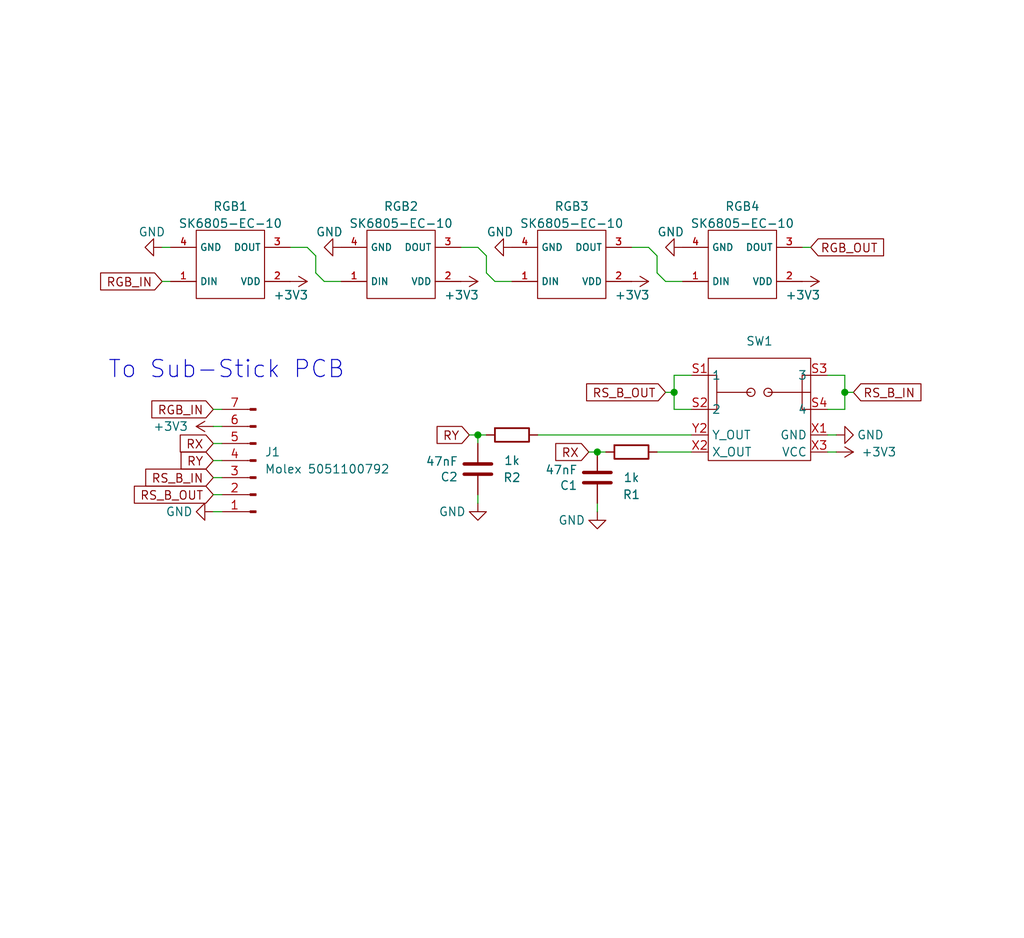
<source format=kicad_sch>
(kicad_sch (version 20250114) (generator "eeschema") (generator_version "9.0")
  (paper "User" 152.4 139.7)
  (title_block (title "GC Ultimate C Stick R5") (date "2025-07-18") (company "Hand Held Legend, LLC") (comment 1 "Mitchell Cairns"))
  (lib_symbols
    (symbol "Connector:Conn_01x07_Pin" (pin_names (offset 1.016) (hide yes))
      (property "Reference" "J" (at 0 10.16 0))
      (property "Value" "Conn_01x07_Pin" (at 0 -10.16 0))
      (symbol "Conn_01x07_Pin_1_1"
        (rectangle (start 0.8636 7.747) (end 0 7.493) (stroke (width 0.1524)) (fill (type outline)))
        (rectangle (start 0.8636 5.207) (end 0 4.953) (stroke (width 0.1524)) (fill (type outline)))
        (rectangle (start 0.8636 2.667) (end 0 2.413) (stroke (width 0.1524)) (fill (type outline)))
        (rectangle (start 0.8636 0.127) (end 0 -0.127) (stroke (width 0.1524)) (fill (type outline)))
        (rectangle (start 0.8636 -2.413) (end 0 -2.667) (stroke (width 0.1524)) (fill (type outline)))
        (rectangle (start 0.8636 -4.953) (end 0 -5.207) (stroke (width 0.1524)) (fill (type outline)))
        (rectangle (start 0.8636 -7.493) (end 0 -7.747) (stroke (width 0.1524)) (fill (type outline)))
        (polyline (pts (xy 1.27 7.62) (xy 0.8636 7.62)) (stroke (width 0.1524)))
        (polyline (pts (xy 1.27 5.08) (xy 0.8636 5.08)) (stroke (width 0.1524)))
        (polyline (pts (xy 1.27 2.54) (xy 0.8636 2.54)) (stroke (width 0.1524)))
        (polyline (pts (xy 1.27 0) (xy 0.8636 0)) (stroke (width 0.1524)))
        (polyline (pts (xy 1.27 -2.54) (xy 0.8636 -2.54)) (stroke (width 0.1524)))
        (polyline (pts (xy 1.27 -5.08) (xy 0.8636 -5.08)) (stroke (width 0.1524)))
        (polyline (pts (xy 1.27 -7.62) (xy 0.8636 -7.62)) (stroke (width 0.1524)))
        (pin passive line (at 5.08 7.62 180) (length 3.81) (name "Pin_1") (number "1"))
        (pin passive line (at 5.08 5.08 180) (length 3.81) (name "Pin_2") (number "2"))
        (pin passive line (at 5.08 2.54 180) (length 3.81) (name "Pin_3") (number "3"))
        (pin passive line (at 5.08 0 180) (length 3.81) (name "Pin_4") (number "4"))
        (pin passive line (at 5.08 -2.54 180) (length 3.81) (name "Pin_5") (number "5"))
        (pin passive line (at 5.08 -5.08 180) (length 3.81) (name "Pin_6") (number "6"))
        (pin passive line (at 5.08 -7.62 180) (length 3.81) (name "Pin_7") (number "7"))
      )
    )
    (symbol "Device:C" (pin_numbers (hide yes)) (pin_names (offset 0.254))
      (property "Reference" "C" (at 0.635 2.54 0))
      (property "Value" "C" (at 0.635 -2.54 0))
      (symbol "C_0_1"
        (polyline (pts (xy -2.032 0.762) (xy 2.032 0.762)) (stroke (width 0.508)))
        (polyline (pts (xy -2.032 -0.762) (xy 2.032 -0.762)) (stroke (width 0.508)))
      )
      (symbol "C_1_1"
        (pin passive line (at 0 3.81 270) (length 2.794) (name "~") (number "1"))
        (pin passive line (at 0 -3.81 90) (length 2.794) (name "~") (number "2"))
      )
    )
    (symbol "Device:R" (pin_numbers (hide yes)) (pin_names (offset 0))
      (property "Reference" "R" (at 2.032 0 90))
      (property "Value" "R" (at 0 0 90))
      (symbol "R_0_1"
        (rectangle (start -1.016 -2.54) (end 1.016 2.54) (stroke (width 0.254)))
      )
      (symbol "R_1_1"
        (pin passive line (at 0 3.81 270) (length 1.27) (name "~") (number "1"))
        (pin passive line (at 0 -3.81 90) (length 1.27) (name "~") (number "2"))
      )
    )
    (symbol "hhl:GL1807SYAE-002"
      (property "Reference" "SW" (at 0 6.35 0))
      (symbol "GL1807SYAE-002_0_1"
        (rectangle (start -7.62 5.08) (end 7.62 -10.16))
        (polyline (pts (xy -7.62 2.54) (xy -6.35 2.54) (xy -6.35 0) (xy -6.35 -2.54) (xy -7.62 -2.54)))
        (polyline (pts (xy -6.35 0) (xy -1.27 0)))
        (circle (center -1.27 0) (radius 0.6087))
        (polyline (pts (xy 1.27 0) (xy 7.62 0)))
        (circle (center 1.27 0) (radius 0.6087))
        (polyline (pts (xy 7.62 2.54) (xy 6.35 2.54) (xy 6.35 0) (xy 6.35 -2.54) (xy 7.62 -2.54)))
      )
      (symbol "GL1807SYAE-002_1_1"
        (pin input line (at -10.16 2.54 0) (length 2.54) (name "1") (number "S1"))
        (pin input line (at -10.16 -2.54 0) (length 2.54) (name "2") (number "S2"))
        (pin input line (at -10.16 -6.35 0) (length 2.54) (name "Y_OUT") (number "Y2"))
        (pin input line (at -10.16 -8.89 0) (length 2.54) (name "X_OUT") (number "X2"))
        (pin input line (at 10.16 2.54 180) (length 2.54) (name "3") (number "S3"))
        (pin input line (at 10.16 -2.54 180) (length 2.54) (name "4") (number "S4"))
        (pin input line (at 10.16 -6.35 180) (length 2.54) (name "GND") (number "X1"))
        (pin input line (at 10.16 -6.35 180) (length 2.54) (hide yes) (name "GND") (number "Y1"))
        (pin input line (at 10.16 -8.89 180) (length 2.54) (name "VCC") (number "X3"))
        (pin input line (at 10.16 -8.89 180) (length 2.54) (hide yes) (name "VCC") (number "Y3"))
      )
    )
    (symbol "power:+3V3" (power) (pin_numbers (hide yes)) (pin_names (offset 0) (hide yes))
      (property "Value" "+3V3" (at 0 3.556 0))
      (symbol "+3V3_0_1"
        (polyline (pts (xy -0.762 1.27) (xy 0 2.54)))
        (polyline (pts (xy 0 2.54) (xy 0.762 1.27)))
        (polyline (pts (xy 0 0) (xy 0 2.54)))
      )
      (symbol "+3V3_1_1"
        (pin power_in line (at 0 0 90) (length 0) (name "~") (number "1"))
      )
    )
    (symbol "power:GND" (power) (pin_numbers (hide yes)) (pin_names (offset 0) (hide yes))
      (property "Value" "GND" (at 0 -3.81 0))
      (symbol "GND_0_1"
        (polyline (pts (xy 0 0) (xy 0 -1.27) (xy 1.27 -1.27) (xy 0 -2.54) (xy -1.27 -1.27) (xy 0 -1.27)))
      )
      (symbol "GND_1_1"
        (pin power_in line (at 0 0 270) (length 0) (name "~") (number "1"))
      )
    )
    (symbol "progcc_v3:SK6805-EC-10"
      (property "Reference" "L4" (at 0 10.16 0))
      (property "Value" "SK6805-EC-10" (at 0 7.62 0))
      (symbol "SK6805-EC-10_0_0"
        (pin power_in line (at -8.89 2.54 0) (length 3.81) (name "GND") (number "4"))
        (pin input line (at -8.89 -2.54 0) (length 3.81) (name "DIN") (number "1"))
        (pin output line (at 8.89 2.54 180) (length 3.81) (name "DOUT") (number "3"))
        (pin power_in line (at 8.89 -2.54 180) (length 3.81) (name "VDD") (number "2"))
      )
      (symbol "SK6805-EC-10_0_1"
        (polyline (pts (xy -5.08 2.54) (xy -5.08 5.08) (xy 5.08 5.08) (xy 5.08 -5.08) (xy -5.08 -5.08) (xy -5.08 2.54)))
      )
    )
  )
  (text "To Sub-Stick PCB" (at 16.002 56.642 0) (effects (font (size 2.54 2.54)) (justify left bottom)))
  (junction (at 125.73 58.42))
  (junction (at 71.12 64.77))
  (junction (at 100.33 58.42))
  (junction (at 88.9 67.31))
  (wire (pts (xy 45.72 36.83) (xy 46.99 38.1)))
  (wire (pts (xy 72.39 64.77) (xy 71.12 64.77)))
  (wire (pts (xy 97.79 38.1) (xy 97.79 40.64)))
  (wire (pts (xy 100.33 55.88) (xy 100.33 58.42)))
  (wire (pts (xy 125.73 55.88) (xy 125.73 58.42)))
  (wire (pts (xy 97.79 40.64) (xy 99.06 41.91)))
  (wire (pts (xy 31.75 73.66) (xy 33.02 73.66)))
  (wire (pts (xy 71.12 64.77) (xy 69.85 64.77)))
  (wire (pts (xy 43.18 36.83) (xy 45.72 36.83)))
  (wire (pts (xy 72.39 38.1) (xy 72.39 40.64)))
  (wire (pts (xy 88.9 67.31) (xy 87.63 67.31)))
  (wire (pts (xy 99.06 58.42) (xy 100.33 58.42)))
  (wire (pts (xy 24.13 41.91) (xy 25.4 41.91)))
  (wire (pts (xy 123.19 55.88) (xy 125.73 55.88)))
  (wire (pts (xy 24.13 36.83) (xy 25.4 36.83)))
  (wire (pts (xy 100.33 55.88) (xy 102.87 55.88)))
  (wire (pts (xy 100.33 58.42) (xy 100.33 60.96)))
  (wire (pts (xy 71.12 36.83) (xy 72.39 38.1)))
  (wire (pts (xy 46.99 40.64) (xy 48.26 41.91)))
  (wire (pts (xy 80.01 64.77) (xy 102.87 64.77)))
  (wire (pts (xy 48.26 41.91) (xy 50.8 41.91)))
  (wire (pts (xy 99.06 41.91) (xy 101.6 41.91)))
  (wire (pts (xy 73.66 41.91) (xy 76.2 41.91)))
  (wire (pts (xy 125.73 58.42) (xy 125.73 60.96)))
  (wire (pts (xy 97.79 67.31) (xy 102.87 67.31)))
  (wire (pts (xy 120.65 36.83) (xy 119.38 36.83)))
  (wire (pts (xy 123.19 64.77) (xy 124.46 64.77)))
  (wire (pts (xy 71.12 66.04) (xy 71.12 64.77)))
  (wire (pts (xy 71.12 73.66) (xy 71.12 74.93)))
  (wire (pts (xy 46.99 38.1) (xy 46.99 40.64)))
  (wire (pts (xy 72.39 40.64) (xy 73.66 41.91)))
  (wire (pts (xy 123.19 60.96) (xy 125.73 60.96)))
  (wire (pts (xy 96.52 36.83) (xy 97.79 38.1)))
  (wire (pts (xy 31.75 66.04) (xy 33.02 66.04)))
  (wire (pts (xy 127 58.42) (xy 125.73 58.42)))
  (wire (pts (xy 102.87 60.96) (xy 100.33 60.96)))
  (wire (pts (xy 31.75 76.2) (xy 33.02 76.2)))
  (wire (pts (xy 123.19 67.31) (xy 124.46 67.31)))
  (wire (pts (xy 31.75 60.96) (xy 33.02 60.96)))
  (wire (pts (xy 90.17 67.31) (xy 88.9 67.31)))
  (wire (pts (xy 93.98 36.83) (xy 96.52 36.83)))
  (wire (pts (xy 31.75 68.58) (xy 33.02 68.58)))
  (wire (pts (xy 31.75 63.5) (xy 33.02 63.5)))
  (wire (pts (xy 88.9 76.2) (xy 88.9 74.93)))
  (wire (pts (xy 31.75 71.12) (xy 33.02 71.12)))
  (wire (pts (xy 68.58 36.83) (xy 71.12 36.83)))
  (global_label "RX" (shape input) (at 87.63 67.31 180) (property "Intersheetrefs" "${INTERSHEET_REFS}" (effects (hide yes))))
  (global_label "RS_B_IN" (shape input) (at 31.75 71.12 180) (property "Intersheetrefs" "${INTERSHEET_REFS}" (effects (hide yes))))
  (global_label "RS_B_IN" (shape input) (at 127 58.42 0) (property "Intersheetrefs" "${INTERSHEET_REFS}" (effects (hide yes))))
  (global_label "RGB_OUT" (shape input) (at 120.65 36.83 0) (property "Intersheetrefs" "${INTERSHEET_REFS}" (effects (hide yes))))
  (global_label "RGB_IN" (shape input) (at 24.13 41.91 180) (property "Intersheetrefs" "${INTERSHEET_REFS}" (effects (hide yes))))
  (global_label "RGB_IN" (shape input) (at 31.75 60.96 180) (property "Intersheetrefs" "${INTERSHEET_REFS}" (effects (hide yes))))
  (global_label "RY" (shape input) (at 31.75 68.58 180) (property "Intersheetrefs" "${INTERSHEET_REFS}" (effects (hide yes))))
  (global_label "RS_B_OUT" (shape input) (at 31.75 73.66 180) (property "Intersheetrefs" "${INTERSHEET_REFS}" (effects (hide yes))))
  (global_label "RS_B_OUT" (shape input) (at 99.06 58.42 180) (property "Intersheetrefs" "${INTERSHEET_REFS}" (effects (hide yes))))
  (global_label "RY" (shape input) (at 69.85 64.77 180) (property "Intersheetrefs" "${INTERSHEET_REFS}" (effects (hide yes))))
  (global_label "RX" (shape input) (at 31.75 66.04 180) (property "Intersheetrefs" "${INTERSHEET_REFS}" (effects (hide yes))))
  (symbol (lib_id "power:+3V3") (at 124.46 67.31 270) (unit 1)
    (property "Reference" "#PWR06" (effects (hide yes)))
    (property "Value" "+3V3" (at 130.81 67.31 90))
    (property "Description" "Power symbol creates a global label with name \"+3V3\"" (effects (hide yes)))
  )
  (symbol (lib_id "Connector:Conn_01x07_Pin") (at 38.1 68.58 180) (unit 1)
    (property "Reference" "J1" (at 39.37 67.3099 0) (effects (justify right)))
    (property "Value" "Molex 5051100792" (at 39.37 69.8499 0) (effects (justify right)))
    (property "Footprint" "hhl:CON_5051100792_MOL" (effects (hide yes)))
    (property "Datasheet" "https://www.molex.com/content/dam/molex/molex-dot-com/products/automated/en-us/salesdrawingpdf/505/505110/5051100792_sd.pdf?inline\\" (effects (hide yes)))
    (property "Description" "-40℃~+105℃ Hinged Lid 7P Bottom Contact Surface Mount, Right Angle 0.5mm SMD,P=0.5mm,Surface Mount,Right Angle FFC, FPC (Flat Flexible) Connector Assemblies ROHS" (effects (hide yes)))
    (property "LCSC" "C6689159" (effects (hide yes)))
    (property "Link" "https://lcsc.com/product-detail/FFC-FPC-Flat-Flexible-Connector-Assemblies_MOLEX-5051100792_C6689159.html?s_z=n_5051100792" (effects (hide yes)))
    (property "MPN" "5051100792" (effects (hide yes)))
    (property "Package" "SMD,P=0.5mm,Surface Mount,Right Angle" (effects (hide yes)))
  )
  (symbol (lib_id "hhl:GL1807SYAE-002") (at 113.03 58.42 0) (unit 1)
    (property "Reference" "SW1" (at 113.03 50.8 0))
    (property "Value" "GL18_SW" (effects (hide yes)))
    (property "Footprint" "hhl:GL1807SYAE" (effects (hide yes)))
    (property "Datasheet" "${KIPRJMOD}/../progcc_v3_libs/docs/GuliKit Hall stick GL18,hall sensor datasheet.pdf" (effects (hide yes)))
    (property "Description" "TMR Analog Stick with button" (effects (hide yes)))
    (property "MPN" "GL1807SYAE-002" (effects (hide yes)))
    (property "Price" "1.9" (effects (hide yes)))
    (property "LCSC" "-" (effects (hide yes)))
    (property "Link" "-" (effects (hide yes)))
    (property "Package" "-" (effects (hide yes)))
  )
  (symbol (lib_id "power:GND") (at 76.2 36.83 270) (unit 1)
    (property "Reference" "#PWR09" (effects (hide yes)))
    (property "Value" "GND" (at 74.422 34.544 90))
    (property "Description" "Power symbol creates a global label with name \"GND\" , ground" (effects (hide yes)))
  )
  (symbol (lib_id "power:GND") (at 71.12 74.93 0) (unit 1)
    (property "Reference" "#PWR04" (effects (hide yes)))
    (property "Value" "GND" (at 67.31 76.2 0))
    (property "Description" "Power symbol creates a global label with name \"GND\" , ground" (effects (hide yes)))
  )
  (symbol (lib_id "Device:C") (at 88.9 71.12 180) (unit 1)
    (property "Reference" "C1" (at 85.979 72.2884 0) (effects (justify left)))
    (property "Value" "47nF" (at 85.979 69.977 0) (effects (justify left)))
    (property "Footprint" "Capacitor_SMD:C_0603_1608Metric" (effects (hide yes)))
    (property "Description" "50V 47nF X7R ±5%" (effects (hide yes)))
    (property "LCSC" "C519554" (effects (hide yes)))
    (property "MPN" "CC0603JRX7R9BB473" (effects (hide yes)))
    (property "Price" "0.0026" (effects (hide yes)))
    (property "Link" "https://www.lcsc.com/product-detail/Multilayer-Ceramic-Capacitors-MLCC-SMD-SMT_YAGEO-CC0603JRX7R9BB473_C519554.html" (effects (hide yes)))
    (property "Package" "0603" (effects (hide yes)))
  )
  (symbol (lib_id "power:+3V3") (at 31.75 63.5 90) (unit 1)
    (property "Reference" "#PWR015" (effects (hide yes)))
    (property "Value" "+3V3" (at 25.4 63.5 90))
    (property "Description" "Power symbol creates a global label with name \"+3V3\"" (effects (hide yes)))
  )
  (symbol (lib_id "Device:R") (at 76.2 64.77 270) (unit 1)
    (property "Reference" "R2" (at 76.2 71.12 90))
    (property "Value" "1k" (at 76.2 68.58 90))
    (property "Footprint" "Resistor_SMD:R_0201_0603Metric" (effects (hide yes)))
    (property "Description" "50mW Thick Film Resistors 25V ±1% ±200ppm/℃ 1kΩ" (effects (hide yes)))
    (property "LCSC" "C138165" (effects (hide yes)))
    (property "MPN" "RC0201FR-071KL " (effects (hide yes)))
    (property "Price" "0.0006" (effects (hide yes)))
    (property "Link" "https://www.lcsc.com/product-detail/Chip-Resistor-Surface-Mount_YAGEO-RC0201FR-071KL_C138165.html" (effects (hide yes)))
    (property "Package" "0201" (effects (hide yes)))
  )
  (symbol (lib_id "power:+3V3") (at 43.18 41.91 270) (unit 1)
    (property "Reference" "#PWR05" (effects (hide yes)))
    (property "Value" "+3V3" (at 40.64 43.942 90) (effects (justify left)))
    (property "Description" "Power symbol creates a global label with name \"+3V3\"" (effects (hide yes)))
  )
  (symbol (lib_id "power:GND") (at 88.9 76.2 0) (unit 1)
    (property "Reference" "#PWR03" (effects (hide yes)))
    (property "Value" "GND" (at 85.09 77.47 0))
    (property "Description" "Power symbol creates a global label with name \"GND\" , ground" (effects (hide yes)))
  )
  (symbol (lib_id "progcc_v3:SK6805-EC-10") (at 110.49 39.37 0) (unit 1)
    (property "Reference" "RGB4" (at 110.49 30.734 0))
    (property "Value" "SK6805-EC-10" (at 110.49 33.274 0))
    (property "Footprint" "hhl:SK6805-EC-10" (effects (hide yes)))
    (property "Datasheet" "https://cdn-shop.adafruit.com/product-files/5849/SK6805-EC10-000_REV.01_EN.pdf" (effects (hide yes)))
    (property "Description" "RGB LED" (effects (hide yes)))
    (property "MPN" "SK6805-EC-10" (effects (hide yes)))
    (property "LCSC" "C22394946" (effects (hide yes)))
    (property "Price" "0.0492" (effects (hide yes)))
    (property "Link" "https://cdn-shop.adafruit.com/product-files/5849/SK6805-EC10-000_REV.01_EN.pdf" (effects (hide yes)))
    (property "Package" "SK6805-EC-10" (effects (hide yes)))
    (property "Manufacturer" "OPSCO Optoelectronics" (effects (hide yes)))
    (property "Reviewed" "Yes" (effects (hide yes)))
  )
  (symbol (lib_id "progcc_v3:SK6805-EC-10") (at 59.69 39.37 0) (unit 1)
    (property "Reference" "RGB2" (at 59.69 30.734 0))
    (property "Value" "SK6805-EC-10" (at 59.69 33.274 0))
    (property "Footprint" "hhl:SK6805-EC-10" (effects (hide yes)))
    (property "Datasheet" "https://cdn-shop.adafruit.com/product-files/5849/SK6805-EC10-000_REV.01_EN.pdf" (effects (hide yes)))
    (property "Description" "RGB LED" (effects (hide yes)))
    (property "MPN" "SK6805-EC-10" (effects (hide yes)))
    (property "LCSC" "C22394946" (effects (hide yes)))
    (property "Price" "0.0492" (effects (hide yes)))
    (property "Link" "https://cdn-shop.adafruit.com/product-files/5849/SK6805-EC10-000_REV.01_EN.pdf" (effects (hide yes)))
    (property "Package" "SK6805-EC-10" (effects (hide yes)))
    (property "Manufacturer" "OPSCO Optoelectronics" (effects (hide yes)))
    (property "Reviewed" "Yes" (effects (hide yes)))
  )
  (symbol (lib_id "progcc_v3:SK6805-EC-10") (at 85.09 39.37 0) (unit 1)
    (property "Reference" "RGB3" (at 85.09 30.734 0))
    (property "Value" "SK6805-EC-10" (at 85.09 33.274 0))
    (property "Footprint" "hhl:SK6805-EC-10" (effects (hide yes)))
    (property "Datasheet" "https://cdn-shop.adafruit.com/product-files/5849/SK6805-EC10-000_REV.01_EN.pdf" (effects (hide yes)))
    (property "Description" "RGB LED" (effects (hide yes)))
    (property "MPN" "SK6805-EC-10" (effects (hide yes)))
    (property "LCSC" "C22394946" (effects (hide yes)))
    (property "Price" "0.0492" (effects (hide yes)))
    (property "Link" "https://cdn-shop.adafruit.com/product-files/5849/SK6805-EC10-000_REV.01_EN.pdf" (effects (hide yes)))
    (property "Package" "SK6805-EC-10" (effects (hide yes)))
    (property "Manufacturer" "OPSCO Optoelectronics" (effects (hide yes)))
    (property "Reviewed" "Yes" (effects (hide yes)))
  )
  (symbol (lib_id "Device:C") (at 71.12 69.85 180) (unit 1)
    (property "Reference" "C2" (at 68.199 71.0184 0) (effects (justify left)))
    (property "Value" "47nF" (at 68.199 68.707 0) (effects (justify left)))
    (property "Footprint" "Capacitor_SMD:C_0603_1608Metric" (effects (hide yes)))
    (property "Description" "50V 47nF X7R ±5%" (effects (hide yes)))
    (property "LCSC" "C519554" (effects (hide yes)))
    (property "MPN" "CC0603JRX7R9BB473" (effects (hide yes)))
    (property "Price" "0.0026" (effects (hide yes)))
    (property "Link" "https://www.lcsc.com/product-detail/Multilayer-Ceramic-Capacitors-MLCC-SMD-SMT_YAGEO-CC0603JRX7R9BB473_C519554.html" (effects (hide yes)))
    (property "Package" "0603" (effects (hide yes)))
  )
  (symbol (lib_id "power:GND") (at 50.8 36.83 270) (unit 1)
    (property "Reference" "#PWR0101" (effects (hide yes)))
    (property "Value" "GND" (at 49.022 34.544 90))
    (property "Description" "Power symbol creates a global label with name \"GND\" , ground" (effects (hide yes)))
  )
  (symbol (lib_id "power:GND") (at 31.75 76.2 270) (unit 1)
    (property "Reference" "#PWR016" (effects (hide yes)))
    (property "Value" "GND" (at 26.67 76.2 90))
    (property "Description" "Power symbol creates a global label with name \"GND\" , ground" (effects (hide yes)))
  )
  (symbol (lib_id "Device:R") (at 93.98 67.31 270) (unit 1)
    (property "Reference" "R1" (at 93.98 73.66 90))
    (property "Value" "1k" (at 93.98 71.12 90))
    (property "Footprint" "Resistor_SMD:R_0201_0603Metric" (effects (hide yes)))
    (property "Description" "50mW Thick Film Resistors 25V ±1% ±200ppm/℃ 1kΩ" (effects (hide yes)))
    (property "LCSC" "C138165" (effects (hide yes)))
    (property "MPN" "RC0201FR-071KL " (effects (hide yes)))
    (property "Price" "0.0006" (effects (hide yes)))
    (property "Link" "https://www.lcsc.com/product-detail/Chip-Resistor-Surface-Mount_YAGEO-RC0201FR-071KL_C138165.html" (effects (hide yes)))
    (property "Package" "0201" (effects (hide yes)))
  )
  (symbol (lib_id "power:+3V3") (at 93.98 41.91 270) (unit 1)
    (property "Reference" "#PWR012" (effects (hide yes)))
    (property "Value" "+3V3" (at 91.44 43.942 90) (effects (justify left)))
    (property "Description" "Power symbol creates a global label with name \"+3V3\"" (effects (hide yes)))
  )
  (symbol (lib_id "power:GND") (at 24.13 36.83 270) (unit 1)
    (property "Reference" "#PWR02" (effects (hide yes)))
    (property "Value" "GND" (at 22.606 34.544 90))
    (property "Description" "Power symbol creates a global label with name \"GND\" , ground" (effects (hide yes)))
  )
  (symbol (lib_id "power:+3V3") (at 119.38 41.91 270) (unit 1)
    (property "Reference" "#PWR014" (effects (hide yes)))
    (property "Value" "+3V3" (at 116.84 43.942 90) (effects (justify left)))
    (property "Description" "Power symbol creates a global label with name \"+3V3\"" (effects (hide yes)))
  )
  (symbol (lib_id "progcc_v3:SK6805-EC-10") (at 34.29 39.37 0) (unit 1)
    (property "Reference" "RGB1" (at 34.29 30.734 0))
    (property "Value" "SK6805-EC-10" (at 34.29 33.274 0))
    (property "Footprint" "hhl:SK6805-EC-10" (effects (hide yes)))
    (property "Datasheet" "https://cdn-shop.adafruit.com/product-files/5849/SK6805-EC10-000_REV.01_EN.pdf" (effects (hide yes)))
    (property "Description" "RGB LED" (effects (hide yes)))
    (property "MPN" "SK6805-EC-10" (effects (hide yes)))
    (property "LCSC" "C22394946" (effects (hide yes)))
    (property "Price" "0.0492" (effects (hide yes)))
    (property "Link" "https://cdn-shop.adafruit.com/product-files/5849/SK6805-EC10-000_REV.01_EN.pdf" (effects (hide yes)))
    (property "Package" "SK6805-EC-10" (effects (hide yes)))
    (property "Manufacturer" "OPSCO Optoelectronics" (effects (hide yes)))
    (property "Reviewed" "Yes" (effects (hide yes)))
  )
  (symbol (lib_id "power:+3V3") (at 68.58 41.91 270) (unit 1)
    (property "Reference" "#PWR010" (effects (hide yes)))
    (property "Value" "+3V3" (at 66.04 43.942 90) (effects (justify left)))
    (property "Description" "Power symbol creates a global label with name \"+3V3\"" (effects (hide yes)))
  )
  (symbol (lib_id "power:GND") (at 101.6 36.83 270) (unit 1)
    (property "Reference" "#PWR013" (effects (hide yes)))
    (property "Value" "GND" (at 99.822 34.544 90))
    (property "Description" "Power symbol creates a global label with name \"GND\" , ground" (effects (hide yes)))
  )
  (symbol (lib_id "power:GND") (at 124.46 64.77 90) (unit 1)
    (property "Reference" "#PWR01" (effects (hide yes)))
    (property "Value" "GND" (at 129.54 64.77 90))
    (property "Description" "Power symbol creates a global label with name \"GND\" , ground" (effects (hide yes)))
  )
)
</source>
